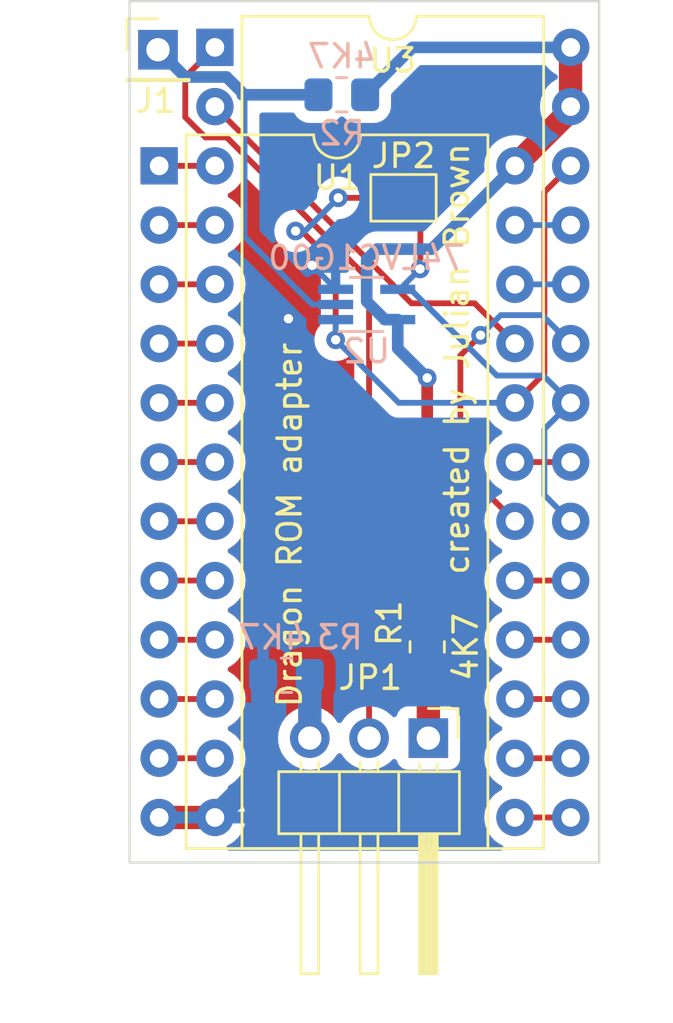
<source format=kicad_pcb>
(kicad_pcb (version 20221018) (generator pcbnew)
  (layers (0 "F.Cu" signal) (31 "B.Cu" signal) (34 "B.Paste" user) (35 "F.Paste" user) (36 "B.SilkS" user "B.Silkscreen") (37 "F.SilkS" user "F.Silkscreen") (38 "B.Mask" user) (39 "F.Mask" user) (44 "Edge.Cuts" user))
  (net 0 "")
  (net 1 "A7")
  (net 2 "A6")
  (net 3 "A5")
  (net 4 "A4")
  (net 5 "A3")
  (net 6 "A2")
  (net 7 "A1")
  (net 8 "A0")
  (net 9 "D0")
  (net 10 "D1")
  (net 11 "D2")
  (net 12 "GND")
  (net 13 "D3")
  (net 14 "D4")
  (net 15 "D5")
  (net 16 "D6")
  (net 17 "D7")
  (net 18 "A11")
  (net 19 "A10")
  (net 20 "~{E}")
  (net 21 "A12")
  (net 22 "A9")
  (net 23 "A8")
  (net 24 "+5V")
  (net 25 "~{E18}")
  (net 26 "Net-(JP1-Pad1)")
  (net 27 "A14")
  (net 28 "~{E17}")
  (net 29 "Net-(JP1-Pad3)")
  (footprint "Jumper:SolderJumper-2_P1.3mm_Open_TrianglePad1.0x1.5mm" (layer "F.Cu") (at 165.4556 64.8208)
    (fp_text reference "JP2" (at 0 -1.8) (layer "F.SilkS"))
    (fp_text value "Jumper_2_Open")
    (fp_line (start -1.4 -1) (end 1.4 -1) (stroke (width 0.12)) (layer "F.SilkS"))
    (fp_line (start -1.4 1) (end -1.4 -1) (stroke (width 0.12)) (layer "F.SilkS"))
    (fp_line (start 1.4 -1) (end 1.4 1) (stroke (width 0.12)) (layer "F.SilkS"))
    (fp_line (start 1.4 1) (end -1.4 1) (stroke (width 0.12)) (layer "F.SilkS"))
    (pad "1" smd custom (at -0.725 0) (size 0.3 0.3) (layers "F.Cu" "F.Mask") (net 28 "~{E17}") (options (clearance outline) (anchor rect)) (primitives (gr_poly (pts (xy 1 0) (xy 0.5 0.75) (xy -0.5 0.75) (xy -0.5 -0.75) (xy 0.5 -0.75)) (width 0) (fill yes))))
    (pad "2" smd custom (at 0.725 0) (size 0.3 0.3) (layers "F.Cu" "F.Mask") (net 20 "~{E}") (options (clearance outline) (anchor rect)) (primitives (gr_poly (pts (xy 0.5 0.75) (xy -0.65 0.75) (xy -0.15 0) (xy -0.65 -0.75) (xy 0.5 -0.75)) (width 0) (fill yes))))
  )
  (footprint "Connector_PinHeader_2.54mm:PinHeader_1x01_P2.54mm_Vertical" (layer "F.Cu") (at 154.94 58.4708)
    (fp_text reference "J1" (at -0.1016 2.1844) (layer "F.SilkS"))
    (fp_text value "Conn_01x01_Male")
    (fp_line (start -1.33 -1.33) (end 0 -1.33) (stroke (width 0.12)) (layer "F.SilkS"))
    (fp_line (start -1.33 0) (end -1.33 -1.33) (stroke (width 0.12)) (layer "F.SilkS"))
    (fp_line (start -1.33 1.27) (end -1.33 1.33) (stroke (width 0.12)) (layer "F.SilkS"))
    (fp_line (start -1.33 1.27) (end 1.33 1.27) (stroke (width 0.12)) (layer "F.SilkS"))
    (fp_line (start -1.33 1.33) (end 1.33 1.33) (stroke (width 0.12)) (layer "F.SilkS"))
    (fp_line (start 1.33 1.27) (end 1.33 1.33) (stroke (width 0.12)) (layer "F.SilkS"))
    (pad "1" thru_hole rect (at 0 0) (size 1.7 1.7) (drill 1) (layers "*.Cu" "*.Mask") (net 25 "~{E18}"))
  )
  (footprint "Package_DIP:DIP-28_W15.24mm" (layer "F.Cu") (at 157.3784 58.3692)
    (fp_text reference "U3" (at 7.62 0.5588) (layer "F.SilkS"))
    (fp_text value "28C256")
    (fp_line (start 1.16 -1.33) (end 1.16 34.35) (stroke (width 0.12)) (layer "F.SilkS"))
    (fp_line (start 1.16 34.35) (end 14.08 34.35) (stroke (width 0.12)) (layer "F.SilkS"))
    (fp_line (start 6.62 -1.33) (end 1.16 -1.33) (stroke (width 0.12)) (layer "F.SilkS"))
    (fp_line (start 14.08 -1.33) (end 8.62 -1.33) (stroke (width 0.12)) (layer "F.SilkS"))
    (fp_line (start 14.08 34.35) (end 14.08 -1.33) (stroke (width 0.12)) (layer "F.SilkS"))
    (fp_arc (start 8.62 -1.33) (mid 7.62 -0.33) (end 6.62 -1.33) (stroke (width 0.12)) (layer "F.SilkS"))
    (pad "1" thru_hole rect (at 0 0) (size 1.6 1.6) (drill 0.8) (layers "*.Cu" "*.Mask") (net 27 "A14"))
    (pad "2" thru_hole oval (at 0 2.54) (size 1.6 1.6) (drill 0.8) (layers "*.Cu" "*.Mask") (net 21 "A12"))
    (pad "3" thru_hole oval (at 0 5.08) (size 1.6 1.6) (drill 0.8) (layers "*.Cu" "*.Mask") (net 1 "A7"))
    (pad "4" thru_hole oval (at 0 7.62) (size 1.6 1.6) (drill 0.8) (layers "*.Cu" "*.Mask") (net 2 "A6"))
    (pad "5" thru_hole oval (at 0 10.16) (size 1.6 1.6) (drill 0.8) (layers "*.Cu" "*.Mask") (net 3 "A5"))
    (pad "6" thru_hole oval (at 0 12.7) (size 1.6 1.6) (drill 0.8) (layers "*.Cu" "*.Mask") (net 4 "A4"))
    (pad "7" thru_hole oval (at 0 15.24) (size 1.6 1.6) (drill 0.8) (layers "*.Cu" "*.Mask") (net 5 "A3"))
    (pad "8" thru_hole oval (at 0 17.78) (size 1.6 1.6) (drill 0.8) (layers "*.Cu" "*.Mask") (net 6 "A2"))
    (pad "9" thru_hole oval (at 0 20.32) (size 1.6 1.6) (drill 0.8) (layers "*.Cu" "*.Mask") (net 7 "A1"))
    (pad "10" thru_hole oval (at 0 22.86) (size 1.6 1.6) (drill 0.8) (layers "*.Cu" "*.Mask") (net 8 "A0"))
    (pad "11" thru_hole oval (at 0 25.4) (size 1.6 1.6) (drill 0.8) (layers "*.Cu" "*.Mask") (net 9 "D0"))
    (pad "12" thru_hole oval (at 0 27.94) (size 1.6 1.6) (drill 0.8) (layers "*.Cu" "*.Mask") (net 10 "D1"))
    (pad "13" thru_hole oval (at 0 30.48) (size 1.6 1.6) (drill 0.8) (layers "*.Cu" "*.Mask") (net 11 "D2"))
    (pad "14" thru_hole oval (at 0 33.02) (size 1.6 1.6) (drill 0.8) (layers "*.Cu" "*.Mask") (net 12 "GND"))
    (pad "15" thru_hole oval (at 15.24 33.02) (size 1.6 1.6) (drill 0.8) (layers "*.Cu" "*.Mask") (net 13 "D3"))
    (pad "16" thru_hole oval (at 15.24 30.48) (size 1.6 1.6) (drill 0.8) (layers "*.Cu" "*.Mask") (net 14 "D4"))
    (pad "17" thru_hole oval (at 15.24 27.94) (size 1.6 1.6) (drill 0.8) (layers "*.Cu" "*.Mask") (net 15 "D5"))
    (pad "18" thru_hole oval (at 15.24 25.4) (size 1.6 1.6) (drill 0.8) (layers "*.Cu" "*.Mask") (net 16 "D6"))
    (pad "19" thru_hole oval (at 15.24 22.86) (size 1.6 1.6) (drill 0.8) (layers "*.Cu" "*.Mask") (net 17 "D7"))
    (pad "20" thru_hole oval (at 15.24 20.32) (size 1.6 1.6) (drill 0.8) (layers "*.Cu" "*.Mask") (net 20 "~{E}"))
    (pad "21" thru_hole oval (at 15.24 17.78) (size 1.6 1.6) (drill 0.8) (layers "*.Cu" "*.Mask") (net 19 "A10"))
    (pad "22" thru_hole oval (at 15.24 15.24) (size 1.6 1.6) (drill 0.8) (layers "*.Cu" "*.Mask") (net 20 "~{E}"))
    (pad "23" thru_hole oval (at 15.24 12.7) (size 1.6 1.6) (drill 0.8) (layers "*.Cu" "*.Mask") (net 18 "A11"))
    (pad "24" thru_hole oval (at 15.24 10.16) (size 1.6 1.6) (drill 0.8) (layers "*.Cu" "*.Mask") (net 22 "A9"))
    (pad "25" thru_hole oval (at 15.24 7.62) (size 1.6 1.6) (drill 0.8) (layers "*.Cu" "*.Mask") (net 23 "A8"))
    (pad "26" thru_hole oval (at 15.24 5.08) (size 1.6 1.6) (drill 0.8) (layers "*.Cu" "*.Mask") (net 28 "~{E17}"))
    (pad "27" thru_hole oval (at 15.24 2.54) (size 1.6 1.6) (drill 0.8) (layers "*.Cu" "*.Mask") (net 24 "+5V"))
    (pad "28" thru_hole oval (at 15.24 0) (size 1.6 1.6) (drill 0.8) (layers "*.Cu" "*.Mask") (net 24 "+5V"))
  )
  (footprint "Connector_PinHeader_2.54mm:PinHeader_1x03_P2.54mm_Horizontal" (layer "F.Cu") (at 166.5224 87.9856 -90)
    (fp_text reference "JP1" (at -2.5908 2.4892) (layer "F.SilkS"))
    (fp_text value "Jumper_3_Bridged12")
    (fp_line (start -1.27 -1.27) (end 0 -1.27) (stroke (width 0.12)) (layer "F.SilkS"))
    (fp_line (start -1.27 0) (end -1.27 -1.27) (stroke (width 0.12)) (layer "F.SilkS"))
    (fp_line (start 1.042929 2.16) (end 1.44 2.16) (stroke (width 0.12)) (layer "F.SilkS"))
    (fp_line (start 1.042929 2.92) (end 1.44 2.92) (stroke (width 0.12)) (layer "F.SilkS"))
    (fp_line (start 1.042929 4.7) (end 1.44 4.7) (stroke (width 0.12)) (layer "F.SilkS"))
    (fp_line (start 1.042929 5.46) (end 1.44 5.46) (stroke (width 0.12)) (layer "F.SilkS"))
    (fp_line (start 1.11 -0.38) (end 1.44 -0.38) (stroke (width 0.12)) (layer "F.SilkS"))
    (fp_line (start 1.11 0.38) (end 1.44 0.38) (stroke (width 0.12)) (layer "F.SilkS"))
    (fp_line (start 1.44 -1.33) (end 1.44 6.41) (stroke (width 0.12)) (layer "F.SilkS"))
    (fp_line (start 1.44 1.27) (end 4.1 1.27) (stroke (width 0.12)) (layer "F.SilkS"))
    (fp_line (start 1.44 3.81) (end 4.1 3.81) (stroke (width 0.12)) (layer "F.SilkS"))
    (fp_line (start 1.44 6.41) (end 4.1 6.41) (stroke (width 0.12)) (layer "F.SilkS"))
    (fp_line (start 4.1 -1.33) (end 1.44 -1.33) (stroke (width 0.12)) (layer "F.SilkS"))
    (fp_line (start 4.1 -0.38) (end 10.1 -0.38) (stroke (width 0.12)) (layer "F.SilkS"))
    (fp_line (start 4.1 -0.32) (end 10.1 -0.32) (stroke (width 0.12)) (layer "F.SilkS"))
    (fp_line (start 4.1 -0.2) (end 10.1 -0.2) (stroke (width 0.12)) (layer "F.SilkS"))
    (fp_line (start 4.1 -0.08) (end 10.1 -0.08) (stroke (width 0.12)) (layer "F.SilkS"))
    (fp_line (start 4.1 0.04) (end 10.1 0.04) (stroke (width 0.12)) (layer "F.SilkS"))
    (fp_line (start 4.1 0.16) (end 10.1 0.16) (stroke (width 0.12)) (layer "F.SilkS"))
    (fp_line (start 4.1 0.28) (end 10.1 0.28) (stroke (width 0.12)) (layer "F.SilkS"))
    (fp_line (start 4.1 2.16) (end 10.1 2.16) (stroke (width 0.12)) (layer "F.SilkS"))
    (fp_line (start 4.1 4.7) (end 10.1 4.7) (stroke (width 0.12)) (layer "F.SilkS"))
    (fp_line (start 4.1 6.41) (end 4.1 -1.33) (stroke (width 0.12)) (layer "F.SilkS"))
    (fp_line (start 10.1 -0.38) (end 10.1 0.38) (stroke (width 0.12)) (layer "F.SilkS"))
    (fp_line (start 10.1 0.38) (end 4.1 0.38) (stroke (width 0.12)) (layer "F.SilkS"))
    (fp_line (start 10.1 2.16) (end 10.1 2.92) (stroke (width 0.12)) (layer "F.SilkS"))
    (fp_line (start 10.1 2.92) (end 4.1 2.92) (stroke (width 0.12)) (layer "F.SilkS"))
    (fp_line (start 10.1 4.7) (end 10.1 5.46) (stroke (width 0.12)) (layer "F.SilkS"))
    (fp_line (start 10.1 5.46) (end 4.1 5.46) (stroke (width 0.12)) (layer "F.SilkS"))
    (pad "1" thru_hole rect (at 0 0 270) (size 1.7 1.7) (drill 1) (layers "*.Cu" "*.Mask") (net 26 "Net-(JP1-Pad1)"))
    (pad "2" thru_hole oval (at 0 2.54 270) (size 1.7 1.7) (drill 1) (layers "*.Cu" "*.Mask") (net 27 "A14"))
    (pad "3" thru_hole oval (at 0 5.08 270) (size 1.7 1.7) (drill 1) (layers "*.Cu" "*.Mask") (net 29 "Net-(JP1-Pad3)"))
  )
  (footprint "Package_DIP:DIP-24_W15.24mm" (layer "F.Cu") (at 154.9908 63.4492)
    (fp_text reference "U1" (at 7.62 0.508) (layer "F.SilkS"))
    (fp_text value "68A364")
    (fp_line (start 1.16 -1.33) (end 1.16 29.27) (stroke (width 0.12)) (layer "F.SilkS"))
    (fp_line (start 1.16 29.27) (end 14.08 29.27) (stroke (width 0.12)) (layer "F.SilkS"))
    (fp_line (start 6.62 -1.33) (end 1.16 -1.33) (stroke (width 0.12)) (layer "F.SilkS"))
    (fp_line (start 14.08 -1.33) (end 8.62 -1.33) (stroke (width 0.12)) (layer "F.SilkS"))
    (fp_line (start 14.08 29.27) (end 14.08 -1.33) (stroke (width 0.12)) (layer "F.SilkS"))
    (fp_arc (start 8.62 -1.33) (mid 7.62 -0.33) (end 6.62 -1.33) (stroke (width 0.12)) (layer "F.SilkS"))
    (pad "1" thru_hole rect (at 0 0) (size 1.6 1.6) (drill 0.8) (layers "*.Cu" "*.Mask") (net 1 "A7"))
    (pad "2" thru_hole oval (at 0 2.54) (size 1.6 1.6) (drill 0.8) (layers "*.Cu" "*.Mask") (net 2 "A6"))
    (pad "3" thru_hole oval (at 0 5.08) (size 1.6 1.6) (drill 0.8) (layers "*.Cu" "*.Mask") (net 3 "A5"))
    (pad "4" thru_hole oval (at 0 7.62) (size 1.6 1.6) (drill 0.8) (layers "*.Cu" "*.Mask") (net 4 "A4"))
    (pad "5" thru_hole oval (at 0 10.16) (size 1.6 1.6) (drill 0.8) (layers "*.Cu" "*.Mask") (net 5 "A3"))
    (pad "6" thru_hole oval (at 0 12.7) (size 1.6 1.6) (drill 0.8) (layers "*.Cu" "*.Mask") (net 6 "A2"))
    (pad "7" thru_hole oval (at 0 15.24) (size 1.6 1.6) (drill 0.8) (layers "*.Cu" "*.Mask") (net 7 "A1"))
    (pad "8" thru_hole oval (at 0 17.78) (size 1.6 1.6) (drill 0.8) (layers "*.Cu" "*.Mask") (net 8 "A0"))
    (pad "9" thru_hole oval (at 0 20.32) (size 1.6 1.6) (drill 0.8) (layers "*.Cu" "*.Mask") (net 9 "D0"))
    (pad "10" thru_hole oval (at 0 22.86) (size 1.6 1.6) (drill 0.8) (layers "*.Cu" "*.Mask") (net 10 "D1"))
    (pad "11" thru_hole oval (at 0 25.4) (size 1.6 1.6) (drill 0.8) (layers "*.Cu" "*.Mask") (net 11 "D2"))
    (pad "12" thru_hole oval (at 0 27.94) (size 1.6 1.6) (drill 0.8) (layers "*.Cu" "*.Mask") (net 12 "GND"))
    (pad "13" thru_hole oval (at 15.24 27.94) (size 1.6 1.6) (drill 0.8) (layers "*.Cu" "*.Mask") (net 13 "D3"))
    (pad "14" thru_hole oval (at 15.24 25.4) (size 1.6 1.6) (drill 0.8) (layers "*.Cu" "*.Mask") (net 14 "D4"))
    (pad "15" thru_hole oval (at 15.24 22.86) (size 1.6 1.6) (drill 0.8) (layers "*.Cu" "*.Mask") (net 15 "D5"))
    (pad "16" thru_hole oval (at 15.24 20.32) (size 1.6 1.6) (drill 0.8) (layers "*.Cu" "*.Mask") (net 16 "D6"))
    (pad "17" thru_hole oval (at 15.24 17.78) (size 1.6 1.6) (drill 0.8) (layers "*.Cu" "*.Mask") (net 17 "D7"))
    (pad "18" thru_hole oval (at 15.24 15.24) (size 1.6 1.6) (drill 0.8) (layers "*.Cu" "*.Mask") (net 18 "A11"))
    (pad "19" thru_hole oval (at 15.24 12.7) (size 1.6 1.6) (drill 0.8) (layers "*.Cu" "*.Mask") (net 19 "A10"))
    (pad "20" thru_hole oval (at 15.24 10.16) (size 1.6 1.6) (drill 0.8) (layers "*.Cu" "*.Mask") (net 28 "~{E17}"))
    (pad "21" thru_hole oval (at 15.24 7.62) (size 1.6 1.6) (drill 0.8) (layers "*.Cu" "*.Mask") (net 21 "A12"))
    (pad "22" thru_hole oval (at 15.24 5.08) (size 1.6 1.6) (drill 0.8) (layers "*.Cu" "*.Mask") (net 22 "A9"))
    (pad "23" thru_hole oval (at 15.24 2.54) (size 1.6 1.6) (drill 0.8) (layers "*.Cu" "*.Mask") (net 23 "A8"))
    (pad "24" thru_hole oval (at 15.24 0) (size 1.6 1.6) (drill 0.8) (layers "*.Cu" "*.Mask") (net 24 "+5V"))
  )
  (footprint "Resistor_SMD:R_0805_2012Metric_Pad1.20x1.40mm_HandSolder" (layer "F.Cu") (at 166.4716 84.074 90)
    (fp_text reference "R1" (at 1.016 -1.6256 90) (layer "F.SilkS"))
    (fp_text value "4K7" (at 0 1.65 90) (layer "F.SilkS"))
    (fp_line (start -0.227064 -0.735) (end 0.227064 -0.735) (stroke (width 0.12)) (layer "F.SilkS"))
    (fp_line (start -0.227064 0.735) (end 0.227064 0.735) (stroke (width 0.12)) (layer "F.SilkS"))
    (pad "1" smd roundrect (at -1 0 90) (size 1.2 1.4) (layers "F.Cu" "F.Paste" "F.Mask") (roundrect_rratio 0.2083333333) (net 26 "Net-(JP1-Pad1)"))
    (pad "2" smd roundrect (at 1 0 90) (size 1.2 1.4) (layers "F.Cu" "F.Paste" "F.Mask") (roundrect_rratio 0.2083333333) (net 24 "+5V"))
  )
  (footprint "Resistor_SMD:R_0805_2012Metric_Pad1.20x1.40mm_HandSolder" (layer "B.Cu") (at 160.4424 85.2932)
    (fp_text reference "R3" (at 2.286 -1.6256) (layer "B.SilkS") (effects (justify mirror)))
    (fp_text value "4K7" (at -0.6096 -1.6256) (layer "B.SilkS") (effects (justify mirror)))
    (fp_line (start -0.227064 -0.735) (end 0.227064 -0.735) (stroke (width 0.12)) (layer "B.SilkS"))
    (fp_line (start -0.227064 0.735) (end 0.227064 0.735) (stroke (width 0.12)) (layer "B.SilkS"))
    (pad "1" smd roundrect (at -1 0) (size 1.2 1.4) (layers "B.Cu" "B.Paste" "B.Mask") (roundrect_rratio 0.2083333333) (net 12 "GND"))
    (pad "2" smd roundrect (at 1 0) (size 1.2 1.4) (layers "B.Cu" "B.Paste" "B.Mask") (roundrect_rratio 0.2083333333) (net 29 "Net-(JP1-Pad3)"))
  )
  (footprint "Resistor_SMD:R_0805_2012Metric_Pad1.20x1.40mm_HandSolder" (layer "B.Cu") (at 162.814 60.4012)
    (fp_text reference "R2" (at 0 1.65) (layer "B.SilkS") (effects (justify mirror)))
    (fp_text value "4K7" (at 0 -1.65) (layer "B.SilkS") (effects (justify mirror)))
    (fp_line (start -0.227064 -0.735) (end 0.227064 -0.735) (stroke (width 0.12)) (layer "B.SilkS"))
    (fp_line (start -0.227064 0.735) (end 0.227064 0.735) (stroke (width 0.12)) (layer "B.SilkS"))
    (pad "1" smd roundrect (at -1 0) (size 1.2 1.4) (layers "B.Cu" "B.Paste" "B.Mask") (roundrect_rratio 0.2083333333) (net 25 "~{E18}"))
    (pad "2" smd roundrect (at 1 0) (size 1.2 1.4) (layers "B.Cu" "B.Paste" "B.Mask") (roundrect_rratio 0.2083333333) (net 24 "+5V"))
  )
  (footprint "Package_TO_SOT_SMD:SOT-353_SC-70-5_Handsoldering" (layer "B.Cu") (at 163.8808 69.3928)
    (fp_text reference "U2" (at 0 2) (layer "B.SilkS") (effects (justify mirror)))
    (fp_text value "74LVC1G00" (at 0 -2) (layer "B.SilkS") (effects (justify mirror)))
    (fp_line (start -0.7 -1.16) (end 0.7 -1.16) (stroke (width 0.12)) (layer "B.SilkS"))
    (fp_line (start 0.7 1.16) (end -1.2 1.16) (stroke (width 0.12)) (layer "B.SilkS"))
    (pad "1" smd rect (at -1.33 0.65) (size 1.5 0.4) (layers "B.Cu" "B.Paste" "B.Mask") (net 28 "~{E17}"))
    (pad "2" smd rect (at -1.33 0) (size 1.5 0.4) (layers "B.Cu" "B.Paste" "B.Mask") (net 25 "~{E18}"))
    (pad "3" smd rect (at -1.33 -0.65) (size 1.5 0.4) (layers "B.Cu" "B.Paste" "B.Mask") (net 12 "GND"))
    (pad "4" smd rect (at 1.33 -0.65) (size 1.5 0.4) (layers "B.Cu" "B.Paste" "B.Mask") (net 20 "~{E}"))
    (pad "5" smd rect (at 1.33 0.65) (size 1.5 0.4) (layers "B.Cu" "B.Paste" "B.Mask") (net 24 "+5V"))
  )
  (gr_rect (start 153.7208 56.388) (end 173.8376 93.3196) (stroke (width 0.1)) (fill none) (layer "Edge.Cuts"))
  (gr_text "created by Julian Brown" (at 167.7416 71.7296 90) (layer "F.SilkS") (effects (font (size 1 1))))
  (gr_text "Dragon ROM adapter" (at 160.5788 78.8416 90) (layer "F.SilkS") (effects (font (size 1 1))))
  (segment (start 157.3634 63.4492) (end 157.3734 63.4592) (width 0.25) (layer "F.Cu") (net 1))
  (segment (start 154.9908 63.4492) (end 157.3634 63.4492) (width 0.25) (layer "F.Cu") (net 1))
  (segment (start 154.9908 65.9892) (end 157.3634 65.9892) (width 0.25) (layer "F.Cu") (net 2))
  (segment (start 157.3634 65.9892) (end 157.3734 65.9992) (width 0.25) (layer "F.Cu") (net 2))
  (segment (start 157.3634 68.5292) (end 157.3734 68.5392) (width 0.25) (layer "F.Cu") (net 3))
  (segment (start 154.9908 68.5292) (end 157.3634 68.5292) (width 0.25) (layer "F.Cu") (net 3))
  (segment (start 154.9908 71.0692) (end 157.3634 71.0692) (width 0.25) (layer "F.Cu") (net 4))
  (segment (start 157.3634 71.0692) (end 157.3734 71.0792) (width 0.25) (layer "F.Cu") (net 4))
  (segment (start 157.3634 73.6092) (end 157.3734 73.6192) (width 0.25) (layer "F.Cu") (net 5))
  (segment (start 154.9908 73.6092) (end 157.3634 73.6092) (width 0.25) (layer "F.Cu") (net 5))
  (segment (start 154.9908 76.1492) (end 157.3634 76.1492) (width 0.25) (layer "F.Cu") (net 6))
  (segment (start 157.3634 76.1492) (end 157.3734 76.1592) (width 0.25) (layer "F.Cu") (net 6))
  (segment (start 154.9908 78.6892) (end 157.3634 78.6892) (width 0.25) (layer "F.Cu") (net 7))
  (segment (start 157.3634 78.6892) (end 157.3734 78.6992) (width 0.25) (layer "F.Cu") (net 7))
  (segment (start 157.3634 81.2292) (end 157.3734 81.2392) (width 0.25) (layer "F.Cu") (net 8))
  (segment (start 154.9908 81.2292) (end 157.3634 81.2292) (width 0.25) (layer "F.Cu") (net 8))
  (segment (start 157.3634 83.7692) (end 157.3734 83.7792) (width 0.25) (layer "F.Cu") (net 9))
  (segment (start 154.9908 83.7692) (end 157.3634 83.7692) (width 0.25) (layer "F.Cu") (net 9))
  (segment (start 154.9908 86.3092) (end 157.3634 86.3092) (width 0.25) (layer "F.Cu") (net 10))
  (segment (start 157.3634 86.3092) (end 157.3734 86.3192) (width 0.25) (layer "F.Cu") (net 10))
  (segment (start 154.9908 88.8492) (end 157.3634 88.8492) (width 0.25) (layer "F.Cu") (net 11))
  (segment (start 157.3634 88.8492) (end 157.3734 88.8592) (width 0.25) (layer "F.Cu") (net 11))
  (segment (start 154.9908 91.3892) (end 157.3634 91.3892) (width 1) (layer "F.Cu") (net 12))
  (segment (start 160.528 68.7324) (end 160.528 70.0024) (width 0.25) (layer "F.Cu") (net 12))
  (segment (start 157.3634 91.3892) (end 157.3734 91.3992) (width 0.25) (layer "F.Cu") (net 12))
  (segment (start 161.544 67.7164) (end 160.528 68.7324) (width 0.25) (layer "F.Cu") (net 12))
  (via (at 161.544 67.7164) (size 0.8) (drill 0.4) (layers "F.Cu" "B.Cu") (net 12))
  (via (at 160.528 70.0024) (size 0.8) (drill 0.4) (layers "F.Cu" "B.Cu") (net 12))
  (segment (start 159.4264 89.3462) (end 159.4264 85.3092) (width 1) (layer "B.Cu") (net 12))
  (segment (start 162.5508 68.7232) (end 161.544 67.7164) (width 0.25) (layer "B.Cu") (net 12))
  (segment (start 162.5508 68.7428) (end 162.5508 68.7232) (width 0.25) (layer "B.Cu") (net 12))
  (segment (start 160.528 70.0024) (end 159.4264 71.104) (width 0.25) (layer "B.Cu") (net 12))
  (segment (start 157.3734 91.3992) (end 159.4264 89.3462) (width 1) (layer "B.Cu") (net 12))
  (segment (start 159.4264 71.104) (end 159.4264 86.0044) (width 0.25) (layer "B.Cu") (net 12))
  (segment (start 159.4264 85.3092) (end 159.4424 85.2932) (width 1) (layer "B.Cu") (net 12))
  (segment (start 170.2308 91.3892) (end 172.6034 91.3892) (width 0.25) (layer "F.Cu") (net 13))
  (segment (start 172.6034 91.3892) (end 172.6134 91.3992) (width 0.25) (layer "F.Cu") (net 13))
  (segment (start 170.2308 88.8492) (end 172.6034 88.8492) (width 0.25) (layer "F.Cu") (net 14))
  (segment (start 172.6034 88.8492) (end 172.6134 88.8592) (width 0.25) (layer "F.Cu") (net 14))
  (segment (start 172.6034 86.3092) (end 172.6134 86.3192) (width 0.25) (layer "F.Cu") (net 15))
  (segment (start 170.2308 86.3092) (end 172.6034 86.3092) (width 0.25) (layer "F.Cu") (net 15))
  (segment (start 172.6034 83.7692) (end 172.6134 83.7792) (width 0.25) (layer "F.Cu") (net 16))
  (segment (start 170.2308 83.7692) (end 172.6034 83.7692) (width 0.25) (layer "F.Cu") (net 16))
  (segment (start 170.2308 81.2292) (end 172.6034 81.2292) (width 0.25) (layer "F.Cu") (net 17))
  (segment (start 172.6034 81.2292) (end 172.6134 81.2392) (width 0.25) (layer "F.Cu") (net 17))
  (segment (start 167.894 71.5772) (end 167.894 76.3524) (width 0.25) (layer "F.Cu") (net 18))
  (segment (start 167.894 76.3524) (end 170.2308 78.6892) (width 0.25) (layer "F.Cu") (net 18))
  (segment (start 168.7576 70.7136) (end 167.894 71.5772) (width 0.25) (layer "F.Cu") (net 18))
  (via (at 168.7576 70.7136) (size 0.8) (drill 0.4) (layers "F.Cu" "B.Cu") (net 18))
  (segment (start 168.7576 70.7136) (end 169.6212 69.85) (width 0.25) (layer "B.Cu") (net 18))
  (segment (start 169.6212 69.85) (end 171.3992 69.85) (width 0.25) (layer "B.Cu") (net 18))
  (segment (start 171.3992 69.85) (end 172.6184 71.0692) (width 0.25) (layer "B.Cu") (net 18))
  (segment (start 170.2308 76.1492) (end 172.6034 76.1492) (width 0.25) (layer "F.Cu") (net 19))
  (segment (start 172.6034 76.1492) (end 172.6134 76.1592) (width 0.25) (layer "F.Cu") (net 19))
  (segment (start 166.1806 67.855389) (end 166.1806 64.8208) (width 0.25) (layer "F.Cu") (net 20))
  (segment (start 166.1668 67.869189) (end 166.1806 67.855389) (width 0.25) (layer "F.Cu") (net 20))
  (via (at 166.1668 67.869189) (size 0.8) (drill 0.4) (layers "F.Cu" "B.Cu") (net 20))
  (segment (start 171.4934 74.7342) (end 172.6184 73.6092) (width 0.25) (layer "B.Cu") (net 20))
  (segment (start 172.6184 78.6892) (end 171.4934 77.5642) (width 0.25) (layer "B.Cu") (net 20))
  (segment (start 165.2108 68.7428) (end 165.7608 68.7428) (width 0.25) (layer "B.Cu") (net 20))
  (segment (start 171.45 72.4408) (end 172.6184 73.6092) (width 0.25) (layer "B.Cu") (net 20))
  (segment (start 165.2108 68.7428) (end 165.293189 68.7428) (width 0.25) (layer "B.Cu") (net 20))
  (segment (start 165.7608 68.7428) (end 169.4588 72.4408) (width 0.25) (layer "B.Cu") (net 20))
  (segment (start 165.293189 68.7428) (end 166.1668 67.869189) (width 0.25) (layer "B.Cu") (net 20))
  (segment (start 169.4588 72.4408) (end 171.45 72.4408) (width 0.25) (layer "B.Cu") (net 20))
  (segment (start 171.4934 77.5642) (end 171.4934 74.7342) (width 0.25) (layer "B.Cu") (net 20))
  (segment (start 165.7962 69.342) (end 157.3734 60.9192) (width 0.25) (layer "F.Cu") (net 21))
  (segment (start 170.2308 71.0692) (end 168.5036 69.342) (width 0.25) (layer "F.Cu") (net 21))
  (segment (start 168.5036 69.342) (end 165.7962 69.342) (width 0.25) (layer "F.Cu") (net 21))
  (segment (start 170.2308 68.5292) (end 172.6184 68.5292) (width 0.25) (layer "B.Cu") (net 22))
  (segment (start 170.2308 65.9892) (end 172.6184 65.9892) (width 0.25) (layer "B.Cu") (net 23))
  (segment (start 172.6134 61.0666) (end 172.6134 58.3792) (width 1) (layer "F.Cu") (net 24))
  (segment (start 166.4716 72.5424) (end 166.4716 83.074) (width 0.5) (layer "F.Cu") (net 24))
  (segment (start 170.2308 63.4492) (end 172.6134 61.0666) (width 1) (layer "F.Cu") (net 24))
  (via (at 166.4716 72.5424) (size 0.8) (drill 0.4) (layers "F.Cu" "B.Cu") (net 24))
  (segment (start 163.8808 69.2628) (end 164.6608 70.0428) (width 0.5) (layer "B.Cu") (net 24))
  (segment (start 164.323511 67.019689) (end 163.8808 67.4624) (width 0.5) (layer "B.Cu") (net 24))
  (segment (start 164.6608 70.0428) (end 165.2108 70.0428) (width 0.5) (layer "B.Cu") (net 24))
  (segment (start 163.814 60.4012) (end 165.846 58.3692) (width 0.5) (layer "B.Cu") (net 24))
  (segment (start 170.2308 63.4492) (end 166.660311 67.019689) (width 0.5) (layer "B.Cu") (net 24))
  (segment (start 165.2108 70.0428) (end 165.2108 71.2816) (width 0.5) (layer "B.Cu") (net 24))
  (segment (start 166.660311 67.019689) (end 164.323511 67.019689) (width 0.5) (layer "B.Cu") (net 24))
  (segment (start 163.8808 67.4624) (end 163.8808 69.2628) (width 0.5) (layer "B.Cu") (net 24))
  (segment (start 165.2108 71.2816) (end 166.4716 72.5424) (width 0.5) (layer "B.Cu") (net 24))
  (segment (start 165.846 58.3692) (end 172.6184 58.3692) (width 0.5) (layer "B.Cu") (net 24))
  (segment (start 158.6484 66.4904) (end 161.5508 69.3928) (width 0.25) (layer "B.Cu") (net 25))
  (segment (start 158.5468 60.403111) (end 161.812089 60.403111) (width 0.5) (layer "B.Cu") (net 25))
  (segment (start 154.94 58.4708) (end 156.1084 59.6392) (width 0.5) (layer "B.Cu") (net 25))
  (segment (start 158.5468 60.403111) (end 158.6484 60.504711) (width 0.25) (layer "B.Cu") (net 25))
  (segment (start 157.875476 59.6392) (end 158.593094 60.356818) (width 0.5) (layer "B.Cu") (net 25))
  (segment (start 156.1084 59.6392) (end 157.875476 59.6392) (width 0.5) (layer "B.Cu") (net 25))
  (segment (start 158.6484 60.504711) (end 158.6484 66.4904) (width 0.25) (layer "B.Cu") (net 25))
  (segment (start 161.812089 60.403111) (end 161.814 60.4012) (width 0.25) (layer "B.Cu") (net 25))
  (segment (start 161.5508 69.3928) (end 162.5508 69.3928) (width 0.25) (layer "B.Cu") (net 25))
  (segment (start 166.4716 85.074) (end 166.5224 85.1248) (width 0.25) (layer "F.Cu") (net 26))
  (segment (start 166.5224 85.1248) (end 166.5224 87.9856) (width 1) (layer "F.Cu") (net 26))
  (segment (start 156.1084 61.3664) (end 156.972 62.23) (width 0.25) (layer "F.Cu") (net 27))
  (segment (start 157.3784 58.3692) (end 156.1084 59.6392) (width 0.25) (layer "F.Cu") (net 27))
  (segment (start 157.8864 62.23) (end 163.9824 68.326) (width 0.25) (layer "F.Cu") (net 27))
  (segment (start 156.972 62.23) (end 157.8864 62.23) (width 0.25) (layer "F.Cu") (net 27))
  (segment (start 156.1084 59.6392) (end 156.1084 61.3664) (width 0.25) (layer "F.Cu") (net 27))
  (segment (start 163.9824 68.326) (end 163.9824 87.9856) (width 0.25) (layer "F.Cu") (net 27))
  (segment (start 171.4934 64.5742) (end 171.4934 72.3466) (width 0.25) (layer "F.Cu") (net 28))
  (segment (start 171.4934 72.3466) (end 170.2308 73.6092) (width 0.25) (layer "F.Cu") (net 28))
  (segment (start 162.6616 64.8208) (end 164.7306 64.8208) (width 0.25) (layer "F.Cu") (net 28))
  (segment (start 172.6184 63.4492) (end 171.4934 64.5742) (width 0.25) (layer "F.Cu") (net 28))
  (segment (start 161.095414 66.2432) (end 160.8328 66.2432) (width 0.25) (layer "F.Cu") (net 28))
  (segment (start 162.5508 67.698586) (end 161.095414 66.2432) (width 0.25) (layer "F.Cu") (net 28))
  (segment (start 162.5508 70.9076) (end 162.5508 67.698586) (width 0.25) (layer "F.Cu") (net 28))
  (via (at 162.6616 64.8208) (size 0.8) (drill 0.4) (layers "F.Cu" "B.Cu") (net 28))
  (via (at 160.8328 66.2432) (size 0.8) (drill 0.4) (layers "F.Cu" "B.Cu") (net 28))
  (via (at 162.5508 70.9076) (size 0.8) (drill 0.4) (layers "F.Cu" "B.Cu") (net 28))
  (segment (start 162.5508 70.0428) (end 162.5508 70.9076) (width 0.25) (layer "B.Cu") (net 28))
  (segment (start 162.5508 70.9076) (end 165.2524 73.6092) (width 0.25) (layer "B.Cu") (net 28))
  (segment (start 161.2392 66.2432) (end 162.6616 64.8208) (width 0.25) (layer "B.Cu") (net 28))
  (segment (start 165.2524 73.6092) (end 170.2308 73.6092) (width 0.25) (layer "B.Cu") (net 28))
  (segment (start 160.8328 66.2432) (end 161.2392 66.2432) (width 0.25) (layer "B.Cu") (net 28))
  (segment (start 161.4424 85.2932) (end 161.4424 87.9856) (width 1) (layer "B.Cu") (net 29))
  (zone (net 12) (net_name "GND") (layers "F&B.Cu") (connect_pads (clearance 0.508)) (min_thickness 0.254) (fill yes (thermal_gap 0.508) (thermal_bridge_width 0.508))
    (polygon (pts (xy 173.634791 93.065605) (xy 153.924392 93.116397) (xy 153.924011 56.489607) (xy 173.73601 56.489615)))
  )
)
</source>
